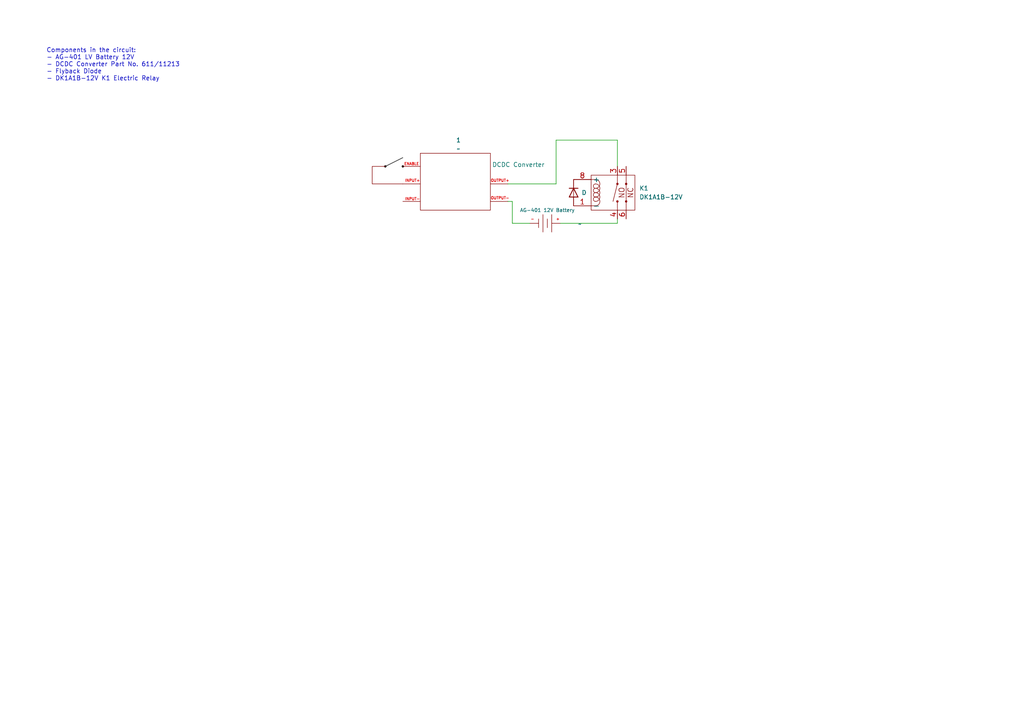
<source format=kicad_sch>
(kicad_sch (version 20231120) (generator "eeschema") (generator_version "8.0")
  (paper "A4")
  (lib_symbols
    (symbol "1FS_2_Global_Symbol_Library:AG-401_12V_Battery"
      (symbol "AG-401_12V_Battery_0_1"
        (polyline (pts (xy -5.08 0) (xy -2.54 0)))
        (polyline (pts (xy -2.54 1.27) (xy -2.54 -1.27)))
        (polyline (pts (xy -1.27 2.54) (xy -1.27 -2.54)))
        (polyline (pts (xy 0 1.27) (xy 0 -1.27)))
        (polyline (pts (xy 1.27 0) (xy 3.81 0)))
        (polyline (pts (xy 1.27 2.54) (xy 1.27 -2.54)))
      )
      (symbol "AG-401_12V_Battery_1_1"
        (text "+" (at 3.048 1.27 0) (effects (font (size 0.762 0.762))))
        (text "-" (at -4.318 1.27 0) (effects (font (size 0.762 0.762))))
        (text "AG-401 12V Battery\n" (at 0 3.81 0) (effects (font (size 1.016 1.016))))
      )
    )
    (symbol "1FS_2_Global_Symbol_Library:DCDC_Converter_611/11213"
      (property "Reference" " " (at 0 0 0))
      (symbol "DCDC_Converter_611/11213_0_0"
        (circle (center -20.32 6.35) (radius 0.254) (stroke (width 0) (color 1 1 1 1)) (fill (type outline)))
        (circle (center -15.24 6.35) (radius 0.254) (stroke (width 0) (color 1 1 1 1)) (fill (type outline)))
      )
      (symbol "DCDC_Converter_611/11213_0_1"
        (rectangle (start -10.16 10.16) (end 10.16 -6.35))
        (polyline (pts (xy -10.16 -3.81) (xy -15.24 -3.81)))
        (polyline (pts (xy -10.16 1.27) (xy -15.24 1.27)))
        (polyline (pts (xy -10.16 6.35) (xy -15.24 6.35)))
        (polyline (pts (xy 10.16 -3.81) (xy 15.24 -3.81)))
        (polyline (pts (xy 10.16 1.27) (xy 15.24 1.27)))
      )
      (symbol "DCDC_Converter_611/11213_1_0"
        (polyline (pts (xy -20.32 6.35) (xy -15.24 8.89)) (stroke (width 0) (color 1 1 1 1)))
        (polyline (pts (xy -15.24 1.27) (xy -24.13 1.27) (xy -24.13 6.35) (xy -20.32 6.35)))
        (text "DCDC Converter\n" (at 18.288 6.858 0) (effects (font (size 1.27 1.27))))
        (text "ENABLE" (at -12.7 7.112 0) (effects (font (size 0.762 0.762))))
        (text "INPUT-" (at -12.446 -3.048 0) (effects (font (size 0.762 0.762))))
        (text "OUTPUT+\n" (at 12.954 2.286 0) (effects (font (size 0.762 0.762))))
      )
      (symbol "DCDC_Converter_611/11213_1_1"
        (text "INPUT+" (at -12.446 2.286 0) (effects (font (size 0.762 0.762))))
        (text "OUTPUT-" (at 12.954 -2.794 0) (effects (font (size 0.762 0.762))))
      )
    )
    (symbol "1FS_2_Global_Symbol_Library:DK1A1B-12V"
      (property "Reference" "K" (at -12.7 11.43 0))
      (property "Value" "DK1A1B-12V" (at -12.7 8.89 0))
      (symbol "DK1A1B-12V_0_0"
        (text "NC" (at 7.62 0 900) (effects (font (size 1.524 1.524))))
        (text "NO" (at 5.08 0 900) (effects (font (size 1.524 1.524))))
      )
      (symbol "DK1A1B-12V_0_1"
        (arc (start -2.54 -3.81) (mid -1.2755 -2.54) (end -2.54 -1.27) (stroke (width 0.1524)))
        (arc (start -2.54 -2.54) (mid -1.2755 -1.27) (end -2.54 0) (stroke (width 0.1524)))
        (arc (start -2.54 -1.27) (mid -3.1723 -1.905) (end -2.54 -2.54) (stroke (width 0.1524)))
        (arc (start -2.54 -1.27) (mid -1.2755 0) (end -2.54 1.27) (stroke (width 0.1524)))
        (arc (start -2.54 0) (mid -3.1723 -0.635) (end -2.54 -1.27) (stroke (width 0.1524)))
        (arc (start -2.54 0) (mid -1.2755 1.27) (end -2.54 2.54) (stroke (width 0.1524)))
        (arc (start -2.54 1.27) (mid -3.1723 0.635) (end -2.54 0) (stroke (width 0.1524)))
        (arc (start -2.54 1.27) (mid -1.2755 2.54) (end -2.54 3.81) (stroke (width 0.1524)))
        (arc (start -2.54 2.54) (mid -3.1723 1.905) (end -2.54 1.27) (stroke (width 0.1524)))
        (polyline (pts (xy -3.81 -3.81) (xy -2.54 -3.81)) (stroke (width 0.1524)))
        (polyline (pts (xy -3.81 3.81) (xy -2.54 3.81)) (stroke (width 0.1524)))
        (polyline (pts (xy 3.81 -5.08) (xy 3.81 -2.54)) (stroke (width 0.1524)))
        (polyline (pts (xy 6.35 -5.08) (xy 6.35 5.08)) (stroke (width 0.1524)) (fill (type outline)))
        (polyline (pts (xy 3.81 5.08) (xy 3.81 2.54) (xy 2.54 -2.54)) (stroke (width 0.1524)))
        (circle (center 3.81 -2.54) (radius 0.254) (stroke (width 0.1524)) (fill (type outline)))
        (circle (center 3.81 2.54) (radius 0.254) (stroke (width 0.1524)) (fill (type outline)))
        (circle (center 6.35 -2.54) (radius 0.254) (stroke (width 0.1524)) (fill (type outline)))
        (circle (center 6.35 2.54) (radius 0.254) (stroke (width 0.1524)) (fill (type outline)))
        (rectangle (start 8.89 5.08) (end -3.81 -5.08) (stroke (width 0.1524)))
      )
      (symbol "DK1A1B-12V_1_1"
        (pin power_in line (at -8.89 -3.81 0) (length 5.08) (name "-") (number "1"))
        (pin passive line (at 3.81 7.62 270) (length 2.54) (name "~") (number "3"))
        (pin passive line (at 3.81 -7.62 90) (length 2.54) (name "~") (number "4"))
        (pin passive line (at 6.35 7.62 270) (length 2.54) (name "~") (number "5"))
        (pin passive line (at 6.35 -7.62 90) (length 2.54) (name "~") (number "6"))
        (pin power_in line (at -8.89 3.81 0) (length 5.08) (name "+") (number "8"))
      )
    )
    (symbol "Simulation_SPICE:D" (pin_numbers hide) (pin_names (offset 1.016) hide)
      (property "Reference" "D" (at 0 2.54 0))
      (property "Value" "D" (at 0 -2.54 0))
      (property "Sim.Device" "D" (at 0 0 0))
      (property "Sim.Pins" "1=K 2=A" (at 0 0 0))
      (symbol "D_0_1"
        (polyline (pts (xy -1.27 1.27) (xy -1.27 -1.27)) (stroke (width 0.254)))
        (polyline (pts (xy 1.27 0) (xy -1.27 0)))
        (polyline (pts (xy 1.27 1.27) (xy 1.27 -1.27) (xy -1.27 0) (xy 1.27 1.27)) (stroke (width 0.254)))
      )
      (symbol "D_1_1"
        (pin passive line (at -3.81 0 0) (length 2.54) (name "K") (number "1"))
        (pin passive line (at 3.81 0 180) (length 2.54) (name "A") (number "2"))
      )
    )
  )
  (wire (pts (xy 148.59 64.77) (xy 153.67 64.77)))
  (wire (pts (xy 162.56 64.77) (xy 179.07 64.77)))
  (wire (pts (xy 161.29 53.34) (xy 161.29 40.64)))
  (wire (pts (xy 161.29 40.64) (xy 179.07 40.64)))
  (wire (pts (xy 179.07 40.64) (xy 179.07 48.26)))
  (wire (pts (xy 147.32 53.34) (xy 161.29 53.34)))
  (wire (pts (xy 148.59 58.42) (xy 148.59 64.77)))
  (wire (pts (xy 147.32 58.42) (xy 148.59 58.42)))
  (wire (pts (xy 179.07 64.77) (xy 179.07 63.5)))
  (text "Components in the circuit:\n- AG-401 LV Battery 12V\n- DCDC Converter Part No. 611/11213\n- Flyback Diode\n- DK1A1B-12V K1 Electric Relay" (at 13.462 18.796 0) (effects (font (size 1.27 1.27)) (justify left)))
  (symbol (lib_id "Simulation_SPICE:D") (at 166.37 55.88 270) (unit 1)
    (property "Reference" "D1" (effects (hide yes)))
    (property "Value" "D" (at 169.418 55.88 90))
    (property "Datasheet" "https://ngspice.sourceforge.io/docs/ngspice-html-manual/manual.xhtml#cha_DIODEs" (effects (hide yes)))
    (property "Description" "Diode for simulation or PCB" (effects (hide yes)))
    (property "Sim.Device" "D" (effects (hide yes)))
    (property "Sim.Pins" "1=K 2=A" (effects (hide yes)))
  )
  (symbol (lib_id "1FS_2_Global_Symbol_Library:AG-401_12V_Battery") (at 158.75 64.77 0) (unit 1)
    (property "Reference" "1" (effects (hide yes)))
    (property "Value" "~" (at 167.64 64.9964 0) (effects (justify left)))
  )
  (symbol (lib_id "1FS_2_Global_Symbol_Library:DCDC_Converter_611/11213") (at 132.08 54.61 0) (unit 1)
    (property "Reference" " 1" (at 132.9792 40.64 0))
    (property "Value" "~" (at 132.9792 43.18 0))
  )
  (symbol (lib_id "1FS_2_Global_Symbol_Library:DK1A1B-12V") (at 175.26 55.88 0) (unit 1)
    (property "Reference" "K1" (at 185.42 54.6099 0) (effects (justify left)))
    (property "Value" "DK1A1B-12V" (at 185.42 57.1499 0) (effects (justify left)))
    (property "Footprint" "DK1A1B12V" (effects (hide yes)))
    (property "Description" "General Purpose Relays 8A 12VDC DPST-NO/NC" (effects (hide yes)))
    (property "Height" "10.3" (effects (hide yes)))
    (property "Mouser Part Number" "769-DK1A1B-12V" (effects (hide yes)))
    (property "Mouser Price/Stock" "https://www.mouser.co.uk/ProductDetail/Panasonic-Industrial-Devices/DK1A1B-12V?qs=UO%2Fx91QLkSBT1Ad7i%2FY%2Fcw%3D%3D" (effects (hide yes)))
    (property "Manufacturer_Name" "Panasonic" (effects (hide yes)))
    (property "Manufacturer_Part_Number" "DK1A1B-12V" (effects (hide yes)))
  )
)
</source>
